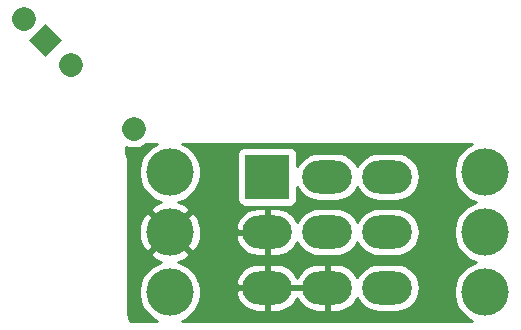
<source format=gbr>
G04 #@! TF.GenerationSoftware,KiCad,Pcbnew,(5.1.5-0-10_14)*
G04 #@! TF.CreationDate,2020-11-20T21:34:29+01:00*
G04 #@! TF.ProjectId,3pdt-45deg,33706474-2d34-4356-9465-672e6b696361,rev?*
G04 #@! TF.SameCoordinates,Original*
G04 #@! TF.FileFunction,Copper,L2,Bot*
G04 #@! TF.FilePolarity,Positive*
%FSLAX46Y46*%
G04 Gerber Fmt 4.6, Leading zero omitted, Abs format (unit mm)*
G04 Created by KiCad (PCBNEW (5.1.5-0-10_14)) date 2020-11-20 21:34:29*
%MOMM*%
%LPD*%
G04 APERTURE LIST*
%ADD10O,4.200000X2.800000*%
%ADD11R,3.816000X3.816000*%
%ADD12C,0.100000*%
%ADD13C,2.000000*%
%ADD14C,4.000500*%
%ADD15C,0.254000*%
G04 APERTURE END LIST*
D10*
X200660000Y-68200000D03*
X200660000Y-63500000D03*
X200660000Y-58800000D03*
X195580000Y-68200000D03*
X195580000Y-63500000D03*
X195580000Y-58800000D03*
X190500000Y-68200000D03*
X190500000Y-63500000D03*
D11*
X190500000Y-58800000D03*
G04 #@! TA.AperFunction,ComponentPad*
D12*
G36*
X173127240Y-47253026D02*
G01*
X171713026Y-48667240D01*
X170298812Y-47253026D01*
X171713026Y-45838812D01*
X173127240Y-47253026D01*
G37*
G04 #@! TD.AperFunction*
D13*
X169916974Y-45456974D02*
X169916974Y-45456974D01*
D14*
X182245000Y-68580000D03*
X208915000Y-68580000D03*
X182245000Y-63500000D03*
X182245000Y-58420000D03*
X208915000Y-63500000D03*
X208915000Y-58420000D03*
D13*
X173835923Y-49375923D02*
X173835923Y-49375923D01*
X179224077Y-54764077D02*
X179224077Y-54764077D01*
D15*
G36*
X180996741Y-56084672D02*
G01*
X180565126Y-56373068D01*
X180198068Y-56740126D01*
X179909672Y-57171741D01*
X179711021Y-57651326D01*
X179609750Y-58160451D01*
X179609750Y-58679549D01*
X179711021Y-59188674D01*
X179909672Y-59668259D01*
X180198068Y-60099874D01*
X180565126Y-60466932D01*
X180996741Y-60755328D01*
X181476326Y-60953979D01*
X181525752Y-60963810D01*
X181210386Y-61062483D01*
X180793080Y-61285539D01*
X180576929Y-61652324D01*
X182245000Y-63320395D01*
X183913071Y-61652324D01*
X183696920Y-61285539D01*
X183237002Y-61044833D01*
X182962481Y-60964162D01*
X183013674Y-60953979D01*
X183493259Y-60755328D01*
X183924874Y-60466932D01*
X184291932Y-60099874D01*
X184580328Y-59668259D01*
X184778979Y-59188674D01*
X184880250Y-58679549D01*
X184880250Y-58160451D01*
X184778979Y-57651326D01*
X184580328Y-57171741D01*
X184393411Y-56892000D01*
X187953928Y-56892000D01*
X187953928Y-60708000D01*
X187966188Y-60832482D01*
X188002498Y-60952180D01*
X188061463Y-61062494D01*
X188140815Y-61159185D01*
X188237506Y-61238537D01*
X188347820Y-61297502D01*
X188467518Y-61333812D01*
X188592000Y-61346072D01*
X192408000Y-61346072D01*
X192532482Y-61333812D01*
X192652180Y-61297502D01*
X192762494Y-61238537D01*
X192859185Y-61159185D01*
X192938537Y-61062494D01*
X192997502Y-60952180D01*
X193033812Y-60832482D01*
X193046072Y-60708000D01*
X193046072Y-59685919D01*
X193179773Y-59936056D01*
X193434076Y-60245924D01*
X193743944Y-60500227D01*
X194097471Y-60689191D01*
X194481070Y-60805555D01*
X194780031Y-60835000D01*
X196379969Y-60835000D01*
X196678930Y-60805555D01*
X197062529Y-60689191D01*
X197416056Y-60500227D01*
X197725924Y-60245924D01*
X197980227Y-59936056D01*
X198120000Y-59674559D01*
X198259773Y-59936056D01*
X198514076Y-60245924D01*
X198823944Y-60500227D01*
X199177471Y-60689191D01*
X199561070Y-60805555D01*
X199860031Y-60835000D01*
X201459969Y-60835000D01*
X201758930Y-60805555D01*
X202142529Y-60689191D01*
X202496056Y-60500227D01*
X202805924Y-60245924D01*
X203060227Y-59936056D01*
X203249191Y-59582529D01*
X203365555Y-59198930D01*
X203404846Y-58800000D01*
X203365555Y-58401070D01*
X203249191Y-58017471D01*
X203060227Y-57663944D01*
X202805924Y-57354076D01*
X202496056Y-57099773D01*
X202142529Y-56910809D01*
X201758930Y-56794445D01*
X201459969Y-56765000D01*
X199860031Y-56765000D01*
X199561070Y-56794445D01*
X199177471Y-56910809D01*
X198823944Y-57099773D01*
X198514076Y-57354076D01*
X198259773Y-57663944D01*
X198120000Y-57925441D01*
X197980227Y-57663944D01*
X197725924Y-57354076D01*
X197416056Y-57099773D01*
X197062529Y-56910809D01*
X196678930Y-56794445D01*
X196379969Y-56765000D01*
X194780031Y-56765000D01*
X194481070Y-56794445D01*
X194097471Y-56910809D01*
X193743944Y-57099773D01*
X193434076Y-57354076D01*
X193179773Y-57663944D01*
X193046072Y-57914081D01*
X193046072Y-56892000D01*
X193033812Y-56767518D01*
X192997502Y-56647820D01*
X192938537Y-56537506D01*
X192859185Y-56440815D01*
X192762494Y-56361463D01*
X192652180Y-56302498D01*
X192532482Y-56266188D01*
X192408000Y-56253928D01*
X188592000Y-56253928D01*
X188467518Y-56266188D01*
X188347820Y-56302498D01*
X188237506Y-56361463D01*
X188140815Y-56440815D01*
X188061463Y-56537506D01*
X188002498Y-56647820D01*
X187966188Y-56767518D01*
X187953928Y-56892000D01*
X184393411Y-56892000D01*
X184291932Y-56740126D01*
X183924874Y-56373068D01*
X183493259Y-56084672D01*
X183305743Y-56007000D01*
X207854257Y-56007000D01*
X207666741Y-56084672D01*
X207235126Y-56373068D01*
X206868068Y-56740126D01*
X206579672Y-57171741D01*
X206381021Y-57651326D01*
X206279750Y-58160451D01*
X206279750Y-58679549D01*
X206381021Y-59188674D01*
X206579672Y-59668259D01*
X206868068Y-60099874D01*
X207235126Y-60466932D01*
X207666741Y-60755328D01*
X208146326Y-60953979D01*
X208176596Y-60960000D01*
X208146326Y-60966021D01*
X207666741Y-61164672D01*
X207235126Y-61453068D01*
X206868068Y-61820126D01*
X206579672Y-62251741D01*
X206381021Y-62731326D01*
X206279750Y-63240451D01*
X206279750Y-63759549D01*
X206381021Y-64268674D01*
X206579672Y-64748259D01*
X206868068Y-65179874D01*
X207235126Y-65546932D01*
X207666741Y-65835328D01*
X208146326Y-66033979D01*
X208176596Y-66040000D01*
X208146326Y-66046021D01*
X207666741Y-66244672D01*
X207235126Y-66533068D01*
X206868068Y-66900126D01*
X206579672Y-67331741D01*
X206381021Y-67811326D01*
X206279750Y-68320451D01*
X206279750Y-68839549D01*
X206381021Y-69348674D01*
X206579672Y-69828259D01*
X206868068Y-70259874D01*
X207235126Y-70626932D01*
X207666741Y-70915328D01*
X207854257Y-70993000D01*
X183305743Y-70993000D01*
X183493259Y-70915328D01*
X183924874Y-70626932D01*
X184291932Y-70259874D01*
X184580328Y-69828259D01*
X184778979Y-69348674D01*
X184880250Y-68839549D01*
X184880250Y-68643160D01*
X187813840Y-68643160D01*
X187871304Y-68861427D01*
X188037401Y-69224988D01*
X188271234Y-69549159D01*
X188563817Y-69821483D01*
X188903906Y-70031494D01*
X189278431Y-70171122D01*
X189673000Y-70235000D01*
X190373000Y-70235000D01*
X190373000Y-68327000D01*
X190627000Y-68327000D01*
X190627000Y-70235000D01*
X191327000Y-70235000D01*
X191721569Y-70171122D01*
X192096094Y-70031494D01*
X192436183Y-69821483D01*
X192728766Y-69549159D01*
X192962599Y-69224988D01*
X193040000Y-69055569D01*
X193117401Y-69224988D01*
X193351234Y-69549159D01*
X193643817Y-69821483D01*
X193983906Y-70031494D01*
X194358431Y-70171122D01*
X194753000Y-70235000D01*
X195453000Y-70235000D01*
X195453000Y-68327000D01*
X190627000Y-68327000D01*
X190373000Y-68327000D01*
X187928053Y-68327000D01*
X187813840Y-68643160D01*
X184880250Y-68643160D01*
X184880250Y-68320451D01*
X184778979Y-67811326D01*
X184756411Y-67756840D01*
X187813840Y-67756840D01*
X187928053Y-68073000D01*
X190373000Y-68073000D01*
X190373000Y-66165000D01*
X190627000Y-66165000D01*
X190627000Y-68073000D01*
X195453000Y-68073000D01*
X195453000Y-66165000D01*
X195707000Y-66165000D01*
X195707000Y-68073000D01*
X195727000Y-68073000D01*
X195727000Y-68327000D01*
X195707000Y-68327000D01*
X195707000Y-70235000D01*
X196407000Y-70235000D01*
X196801569Y-70171122D01*
X197176094Y-70031494D01*
X197516183Y-69821483D01*
X197808766Y-69549159D01*
X198042599Y-69224988D01*
X198115322Y-69065808D01*
X198259773Y-69336056D01*
X198514076Y-69645924D01*
X198823944Y-69900227D01*
X199177471Y-70089191D01*
X199561070Y-70205555D01*
X199860031Y-70235000D01*
X201459969Y-70235000D01*
X201758930Y-70205555D01*
X202142529Y-70089191D01*
X202496056Y-69900227D01*
X202805924Y-69645924D01*
X203060227Y-69336056D01*
X203249191Y-68982529D01*
X203365555Y-68598930D01*
X203404846Y-68200000D01*
X203365555Y-67801070D01*
X203249191Y-67417471D01*
X203060227Y-67063944D01*
X202805924Y-66754076D01*
X202496056Y-66499773D01*
X202142529Y-66310809D01*
X201758930Y-66194445D01*
X201459969Y-66165000D01*
X199860031Y-66165000D01*
X199561070Y-66194445D01*
X199177471Y-66310809D01*
X198823944Y-66499773D01*
X198514076Y-66754076D01*
X198259773Y-67063944D01*
X198115322Y-67334192D01*
X198042599Y-67175012D01*
X197808766Y-66850841D01*
X197516183Y-66578517D01*
X197176094Y-66368506D01*
X196801569Y-66228878D01*
X196407000Y-66165000D01*
X195707000Y-66165000D01*
X195453000Y-66165000D01*
X194753000Y-66165000D01*
X194358431Y-66228878D01*
X193983906Y-66368506D01*
X193643817Y-66578517D01*
X193351234Y-66850841D01*
X193117401Y-67175012D01*
X193040000Y-67344431D01*
X192962599Y-67175012D01*
X192728766Y-66850841D01*
X192436183Y-66578517D01*
X192096094Y-66368506D01*
X191721569Y-66228878D01*
X191327000Y-66165000D01*
X190627000Y-66165000D01*
X190373000Y-66165000D01*
X189673000Y-66165000D01*
X189278431Y-66228878D01*
X188903906Y-66368506D01*
X188563817Y-66578517D01*
X188271234Y-66850841D01*
X188037401Y-67175012D01*
X187871304Y-67538573D01*
X187813840Y-67756840D01*
X184756411Y-67756840D01*
X184580328Y-67331741D01*
X184291932Y-66900126D01*
X183924874Y-66533068D01*
X183493259Y-66244672D01*
X183013674Y-66046021D01*
X182964248Y-66036190D01*
X183279614Y-65937517D01*
X183696920Y-65714461D01*
X183913071Y-65347676D01*
X182245000Y-63679605D01*
X180576929Y-65347676D01*
X180793080Y-65714461D01*
X181252998Y-65955167D01*
X181527519Y-66035838D01*
X181476326Y-66046021D01*
X180996741Y-66244672D01*
X180565126Y-66533068D01*
X180198068Y-66900126D01*
X179909672Y-67331741D01*
X179711021Y-67811326D01*
X179609750Y-68320451D01*
X179609750Y-68839549D01*
X179711021Y-69348674D01*
X179909672Y-69828259D01*
X180198068Y-70259874D01*
X180565126Y-70626932D01*
X180996741Y-70915328D01*
X181184257Y-70993000D01*
X178835243Y-70993000D01*
X178755498Y-70735385D01*
X178714000Y-70340557D01*
X178714000Y-63523062D01*
X179597099Y-63523062D01*
X179652476Y-64039199D01*
X179807483Y-64534614D01*
X180030539Y-64951920D01*
X180397324Y-65168071D01*
X182065395Y-63500000D01*
X182424605Y-63500000D01*
X184092676Y-65168071D01*
X184459461Y-64951920D01*
X184700167Y-64492002D01*
X184846522Y-63993961D01*
X184851079Y-63943160D01*
X187813840Y-63943160D01*
X187871304Y-64161427D01*
X188037401Y-64524988D01*
X188271234Y-64849159D01*
X188563817Y-65121483D01*
X188903906Y-65331494D01*
X189278431Y-65471122D01*
X189673000Y-65535000D01*
X190373000Y-65535000D01*
X190373000Y-63627000D01*
X187928053Y-63627000D01*
X187813840Y-63943160D01*
X184851079Y-63943160D01*
X184892901Y-63476938D01*
X184847829Y-63056840D01*
X187813840Y-63056840D01*
X187928053Y-63373000D01*
X190373000Y-63373000D01*
X190373000Y-61465000D01*
X190627000Y-61465000D01*
X190627000Y-63373000D01*
X190647000Y-63373000D01*
X190647000Y-63627000D01*
X190627000Y-63627000D01*
X190627000Y-65535000D01*
X191327000Y-65535000D01*
X191721569Y-65471122D01*
X192096094Y-65331494D01*
X192436183Y-65121483D01*
X192728766Y-64849159D01*
X192962599Y-64524988D01*
X193035322Y-64365808D01*
X193179773Y-64636056D01*
X193434076Y-64945924D01*
X193743944Y-65200227D01*
X194097471Y-65389191D01*
X194481070Y-65505555D01*
X194780031Y-65535000D01*
X196379969Y-65535000D01*
X196678930Y-65505555D01*
X197062529Y-65389191D01*
X197416056Y-65200227D01*
X197725924Y-64945924D01*
X197980227Y-64636056D01*
X198120000Y-64374559D01*
X198259773Y-64636056D01*
X198514076Y-64945924D01*
X198823944Y-65200227D01*
X199177471Y-65389191D01*
X199561070Y-65505555D01*
X199860031Y-65535000D01*
X201459969Y-65535000D01*
X201758930Y-65505555D01*
X202142529Y-65389191D01*
X202496056Y-65200227D01*
X202805924Y-64945924D01*
X203060227Y-64636056D01*
X203249191Y-64282529D01*
X203365555Y-63898930D01*
X203404846Y-63500000D01*
X203365555Y-63101070D01*
X203249191Y-62717471D01*
X203060227Y-62363944D01*
X202805924Y-62054076D01*
X202496056Y-61799773D01*
X202142529Y-61610809D01*
X201758930Y-61494445D01*
X201459969Y-61465000D01*
X199860031Y-61465000D01*
X199561070Y-61494445D01*
X199177471Y-61610809D01*
X198823944Y-61799773D01*
X198514076Y-62054076D01*
X198259773Y-62363944D01*
X198120000Y-62625441D01*
X197980227Y-62363944D01*
X197725924Y-62054076D01*
X197416056Y-61799773D01*
X197062529Y-61610809D01*
X196678930Y-61494445D01*
X196379969Y-61465000D01*
X194780031Y-61465000D01*
X194481070Y-61494445D01*
X194097471Y-61610809D01*
X193743944Y-61799773D01*
X193434076Y-62054076D01*
X193179773Y-62363944D01*
X193035322Y-62634192D01*
X192962599Y-62475012D01*
X192728766Y-62150841D01*
X192436183Y-61878517D01*
X192096094Y-61668506D01*
X191721569Y-61528878D01*
X191327000Y-61465000D01*
X190627000Y-61465000D01*
X190373000Y-61465000D01*
X189673000Y-61465000D01*
X189278431Y-61528878D01*
X188903906Y-61668506D01*
X188563817Y-61878517D01*
X188271234Y-62150841D01*
X188037401Y-62475012D01*
X187871304Y-62838573D01*
X187813840Y-63056840D01*
X184847829Y-63056840D01*
X184837524Y-62960801D01*
X184682517Y-62465386D01*
X184459461Y-62048080D01*
X184092676Y-61831929D01*
X182424605Y-63500000D01*
X182065395Y-63500000D01*
X180397324Y-61831929D01*
X180030539Y-62048080D01*
X179789833Y-62507998D01*
X179643478Y-63006039D01*
X179597099Y-63523062D01*
X178714000Y-63523062D01*
X178714000Y-57498581D01*
X178711384Y-57472020D01*
X178701904Y-57355022D01*
X178692262Y-57301610D01*
X178684276Y-57247940D01*
X178681974Y-57239017D01*
X178643824Y-57095276D01*
X178622914Y-57039243D01*
X178602780Y-56982900D01*
X178598789Y-56974594D01*
X178562000Y-56899380D01*
X178562000Y-56259547D01*
X178747165Y-56336245D01*
X179063044Y-56399077D01*
X179385110Y-56399077D01*
X179700989Y-56336245D01*
X179998540Y-56212995D01*
X180266329Y-56034064D01*
X180293393Y-56007000D01*
X181184257Y-56007000D01*
X180996741Y-56084672D01*
G37*
X180996741Y-56084672D02*
X180565126Y-56373068D01*
X180198068Y-56740126D01*
X179909672Y-57171741D01*
X179711021Y-57651326D01*
X179609750Y-58160451D01*
X179609750Y-58679549D01*
X179711021Y-59188674D01*
X179909672Y-59668259D01*
X180198068Y-60099874D01*
X180565126Y-60466932D01*
X180996741Y-60755328D01*
X181476326Y-60953979D01*
X181525752Y-60963810D01*
X181210386Y-61062483D01*
X180793080Y-61285539D01*
X180576929Y-61652324D01*
X182245000Y-63320395D01*
X183913071Y-61652324D01*
X183696920Y-61285539D01*
X183237002Y-61044833D01*
X182962481Y-60964162D01*
X183013674Y-60953979D01*
X183493259Y-60755328D01*
X183924874Y-60466932D01*
X184291932Y-60099874D01*
X184580328Y-59668259D01*
X184778979Y-59188674D01*
X184880250Y-58679549D01*
X184880250Y-58160451D01*
X184778979Y-57651326D01*
X184580328Y-57171741D01*
X184393411Y-56892000D01*
X187953928Y-56892000D01*
X187953928Y-60708000D01*
X187966188Y-60832482D01*
X188002498Y-60952180D01*
X188061463Y-61062494D01*
X188140815Y-61159185D01*
X188237506Y-61238537D01*
X188347820Y-61297502D01*
X188467518Y-61333812D01*
X188592000Y-61346072D01*
X192408000Y-61346072D01*
X192532482Y-61333812D01*
X192652180Y-61297502D01*
X192762494Y-61238537D01*
X192859185Y-61159185D01*
X192938537Y-61062494D01*
X192997502Y-60952180D01*
X193033812Y-60832482D01*
X193046072Y-60708000D01*
X193046072Y-59685919D01*
X193179773Y-59936056D01*
X193434076Y-60245924D01*
X193743944Y-60500227D01*
X194097471Y-60689191D01*
X194481070Y-60805555D01*
X194780031Y-60835000D01*
X196379969Y-60835000D01*
X196678930Y-60805555D01*
X197062529Y-60689191D01*
X197416056Y-60500227D01*
X197725924Y-60245924D01*
X197980227Y-59936056D01*
X198120000Y-59674559D01*
X198259773Y-59936056D01*
X198514076Y-60245924D01*
X198823944Y-60500227D01*
X199177471Y-60689191D01*
X199561070Y-60805555D01*
X199860031Y-60835000D01*
X201459969Y-60835000D01*
X201758930Y-60805555D01*
X202142529Y-60689191D01*
X202496056Y-60500227D01*
X202805924Y-60245924D01*
X203060227Y-59936056D01*
X203249191Y-59582529D01*
X203365555Y-59198930D01*
X203404846Y-58800000D01*
X203365555Y-58401070D01*
X203249191Y-58017471D01*
X203060227Y-57663944D01*
X202805924Y-57354076D01*
X202496056Y-57099773D01*
X202142529Y-56910809D01*
X201758930Y-56794445D01*
X201459969Y-56765000D01*
X199860031Y-56765000D01*
X199561070Y-56794445D01*
X199177471Y-56910809D01*
X198823944Y-57099773D01*
X198514076Y-57354076D01*
X198259773Y-57663944D01*
X198120000Y-57925441D01*
X197980227Y-57663944D01*
X197725924Y-57354076D01*
X197416056Y-57099773D01*
X197062529Y-56910809D01*
X196678930Y-56794445D01*
X196379969Y-56765000D01*
X194780031Y-56765000D01*
X194481070Y-56794445D01*
X194097471Y-56910809D01*
X193743944Y-57099773D01*
X193434076Y-57354076D01*
X193179773Y-57663944D01*
X193046072Y-57914081D01*
X193046072Y-56892000D01*
X193033812Y-56767518D01*
X192997502Y-56647820D01*
X192938537Y-56537506D01*
X192859185Y-56440815D01*
X192762494Y-56361463D01*
X192652180Y-56302498D01*
X192532482Y-56266188D01*
X192408000Y-56253928D01*
X188592000Y-56253928D01*
X188467518Y-56266188D01*
X188347820Y-56302498D01*
X188237506Y-56361463D01*
X188140815Y-56440815D01*
X188061463Y-56537506D01*
X188002498Y-56647820D01*
X187966188Y-56767518D01*
X187953928Y-56892000D01*
X184393411Y-56892000D01*
X184291932Y-56740126D01*
X183924874Y-56373068D01*
X183493259Y-56084672D01*
X183305743Y-56007000D01*
X207854257Y-56007000D01*
X207666741Y-56084672D01*
X207235126Y-56373068D01*
X206868068Y-56740126D01*
X206579672Y-57171741D01*
X206381021Y-57651326D01*
X206279750Y-58160451D01*
X206279750Y-58679549D01*
X206381021Y-59188674D01*
X206579672Y-59668259D01*
X206868068Y-60099874D01*
X207235126Y-60466932D01*
X207666741Y-60755328D01*
X208146326Y-60953979D01*
X208176596Y-60960000D01*
X208146326Y-60966021D01*
X207666741Y-61164672D01*
X207235126Y-61453068D01*
X206868068Y-61820126D01*
X206579672Y-62251741D01*
X206381021Y-62731326D01*
X206279750Y-63240451D01*
X206279750Y-63759549D01*
X206381021Y-64268674D01*
X206579672Y-64748259D01*
X206868068Y-65179874D01*
X207235126Y-65546932D01*
X207666741Y-65835328D01*
X208146326Y-66033979D01*
X208176596Y-66040000D01*
X208146326Y-66046021D01*
X207666741Y-66244672D01*
X207235126Y-66533068D01*
X206868068Y-66900126D01*
X206579672Y-67331741D01*
X206381021Y-67811326D01*
X206279750Y-68320451D01*
X206279750Y-68839549D01*
X206381021Y-69348674D01*
X206579672Y-69828259D01*
X206868068Y-70259874D01*
X207235126Y-70626932D01*
X207666741Y-70915328D01*
X207854257Y-70993000D01*
X183305743Y-70993000D01*
X183493259Y-70915328D01*
X183924874Y-70626932D01*
X184291932Y-70259874D01*
X184580328Y-69828259D01*
X184778979Y-69348674D01*
X184880250Y-68839549D01*
X184880250Y-68643160D01*
X187813840Y-68643160D01*
X187871304Y-68861427D01*
X188037401Y-69224988D01*
X188271234Y-69549159D01*
X188563817Y-69821483D01*
X188903906Y-70031494D01*
X189278431Y-70171122D01*
X189673000Y-70235000D01*
X190373000Y-70235000D01*
X190373000Y-68327000D01*
X190627000Y-68327000D01*
X190627000Y-70235000D01*
X191327000Y-70235000D01*
X191721569Y-70171122D01*
X192096094Y-70031494D01*
X192436183Y-69821483D01*
X192728766Y-69549159D01*
X192962599Y-69224988D01*
X193040000Y-69055569D01*
X193117401Y-69224988D01*
X193351234Y-69549159D01*
X193643817Y-69821483D01*
X193983906Y-70031494D01*
X194358431Y-70171122D01*
X194753000Y-70235000D01*
X195453000Y-70235000D01*
X195453000Y-68327000D01*
X190627000Y-68327000D01*
X190373000Y-68327000D01*
X187928053Y-68327000D01*
X187813840Y-68643160D01*
X184880250Y-68643160D01*
X184880250Y-68320451D01*
X184778979Y-67811326D01*
X184756411Y-67756840D01*
X187813840Y-67756840D01*
X187928053Y-68073000D01*
X190373000Y-68073000D01*
X190373000Y-66165000D01*
X190627000Y-66165000D01*
X190627000Y-68073000D01*
X195453000Y-68073000D01*
X195453000Y-66165000D01*
X195707000Y-66165000D01*
X195707000Y-68073000D01*
X195727000Y-68073000D01*
X195727000Y-68327000D01*
X195707000Y-68327000D01*
X195707000Y-70235000D01*
X196407000Y-70235000D01*
X196801569Y-70171122D01*
X197176094Y-70031494D01*
X197516183Y-69821483D01*
X197808766Y-69549159D01*
X198042599Y-69224988D01*
X198115322Y-69065808D01*
X198259773Y-69336056D01*
X198514076Y-69645924D01*
X198823944Y-69900227D01*
X199177471Y-70089191D01*
X199561070Y-70205555D01*
X199860031Y-70235000D01*
X201459969Y-70235000D01*
X201758930Y-70205555D01*
X202142529Y-70089191D01*
X202496056Y-69900227D01*
X202805924Y-69645924D01*
X203060227Y-69336056D01*
X203249191Y-68982529D01*
X203365555Y-68598930D01*
X203404846Y-68200000D01*
X203365555Y-67801070D01*
X203249191Y-67417471D01*
X203060227Y-67063944D01*
X202805924Y-66754076D01*
X202496056Y-66499773D01*
X202142529Y-66310809D01*
X201758930Y-66194445D01*
X201459969Y-66165000D01*
X199860031Y-66165000D01*
X199561070Y-66194445D01*
X199177471Y-66310809D01*
X198823944Y-66499773D01*
X198514076Y-66754076D01*
X198259773Y-67063944D01*
X198115322Y-67334192D01*
X198042599Y-67175012D01*
X197808766Y-66850841D01*
X197516183Y-66578517D01*
X197176094Y-66368506D01*
X196801569Y-66228878D01*
X196407000Y-66165000D01*
X195707000Y-66165000D01*
X195453000Y-66165000D01*
X194753000Y-66165000D01*
X194358431Y-66228878D01*
X193983906Y-66368506D01*
X193643817Y-66578517D01*
X193351234Y-66850841D01*
X193117401Y-67175012D01*
X193040000Y-67344431D01*
X192962599Y-67175012D01*
X192728766Y-66850841D01*
X192436183Y-66578517D01*
X192096094Y-66368506D01*
X191721569Y-66228878D01*
X191327000Y-66165000D01*
X190627000Y-66165000D01*
X190373000Y-66165000D01*
X189673000Y-66165000D01*
X189278431Y-66228878D01*
X188903906Y-66368506D01*
X188563817Y-66578517D01*
X188271234Y-66850841D01*
X188037401Y-67175012D01*
X187871304Y-67538573D01*
X187813840Y-67756840D01*
X184756411Y-67756840D01*
X184580328Y-67331741D01*
X184291932Y-66900126D01*
X183924874Y-66533068D01*
X183493259Y-66244672D01*
X183013674Y-66046021D01*
X182964248Y-66036190D01*
X183279614Y-65937517D01*
X183696920Y-65714461D01*
X183913071Y-65347676D01*
X182245000Y-63679605D01*
X180576929Y-65347676D01*
X180793080Y-65714461D01*
X181252998Y-65955167D01*
X181527519Y-66035838D01*
X181476326Y-66046021D01*
X180996741Y-66244672D01*
X180565126Y-66533068D01*
X180198068Y-66900126D01*
X179909672Y-67331741D01*
X179711021Y-67811326D01*
X179609750Y-68320451D01*
X179609750Y-68839549D01*
X179711021Y-69348674D01*
X179909672Y-69828259D01*
X180198068Y-70259874D01*
X180565126Y-70626932D01*
X180996741Y-70915328D01*
X181184257Y-70993000D01*
X178835243Y-70993000D01*
X178755498Y-70735385D01*
X178714000Y-70340557D01*
X178714000Y-63523062D01*
X179597099Y-63523062D01*
X179652476Y-64039199D01*
X179807483Y-64534614D01*
X180030539Y-64951920D01*
X180397324Y-65168071D01*
X182065395Y-63500000D01*
X182424605Y-63500000D01*
X184092676Y-65168071D01*
X184459461Y-64951920D01*
X184700167Y-64492002D01*
X184846522Y-63993961D01*
X184851079Y-63943160D01*
X187813840Y-63943160D01*
X187871304Y-64161427D01*
X188037401Y-64524988D01*
X188271234Y-64849159D01*
X188563817Y-65121483D01*
X188903906Y-65331494D01*
X189278431Y-65471122D01*
X189673000Y-65535000D01*
X190373000Y-65535000D01*
X190373000Y-63627000D01*
X187928053Y-63627000D01*
X187813840Y-63943160D01*
X184851079Y-63943160D01*
X184892901Y-63476938D01*
X184847829Y-63056840D01*
X187813840Y-63056840D01*
X187928053Y-63373000D01*
X190373000Y-63373000D01*
X190373000Y-61465000D01*
X190627000Y-61465000D01*
X190627000Y-63373000D01*
X190647000Y-63373000D01*
X190647000Y-63627000D01*
X190627000Y-63627000D01*
X190627000Y-65535000D01*
X191327000Y-65535000D01*
X191721569Y-65471122D01*
X192096094Y-65331494D01*
X192436183Y-65121483D01*
X192728766Y-64849159D01*
X192962599Y-64524988D01*
X193035322Y-64365808D01*
X193179773Y-64636056D01*
X193434076Y-64945924D01*
X193743944Y-65200227D01*
X194097471Y-65389191D01*
X194481070Y-65505555D01*
X194780031Y-65535000D01*
X196379969Y-65535000D01*
X196678930Y-65505555D01*
X197062529Y-65389191D01*
X197416056Y-65200227D01*
X197725924Y-64945924D01*
X197980227Y-64636056D01*
X198120000Y-64374559D01*
X198259773Y-64636056D01*
X198514076Y-64945924D01*
X198823944Y-65200227D01*
X199177471Y-65389191D01*
X199561070Y-65505555D01*
X199860031Y-65535000D01*
X201459969Y-65535000D01*
X201758930Y-65505555D01*
X202142529Y-65389191D01*
X202496056Y-65200227D01*
X202805924Y-64945924D01*
X203060227Y-64636056D01*
X203249191Y-64282529D01*
X203365555Y-63898930D01*
X203404846Y-63500000D01*
X203365555Y-63101070D01*
X203249191Y-62717471D01*
X203060227Y-62363944D01*
X202805924Y-62054076D01*
X202496056Y-61799773D01*
X202142529Y-61610809D01*
X201758930Y-61494445D01*
X201459969Y-61465000D01*
X199860031Y-61465000D01*
X199561070Y-61494445D01*
X199177471Y-61610809D01*
X198823944Y-61799773D01*
X198514076Y-62054076D01*
X198259773Y-62363944D01*
X198120000Y-62625441D01*
X197980227Y-62363944D01*
X197725924Y-62054076D01*
X197416056Y-61799773D01*
X197062529Y-61610809D01*
X196678930Y-61494445D01*
X196379969Y-61465000D01*
X194780031Y-61465000D01*
X194481070Y-61494445D01*
X194097471Y-61610809D01*
X193743944Y-61799773D01*
X193434076Y-62054076D01*
X193179773Y-62363944D01*
X193035322Y-62634192D01*
X192962599Y-62475012D01*
X192728766Y-62150841D01*
X192436183Y-61878517D01*
X192096094Y-61668506D01*
X191721569Y-61528878D01*
X191327000Y-61465000D01*
X190627000Y-61465000D01*
X190373000Y-61465000D01*
X189673000Y-61465000D01*
X189278431Y-61528878D01*
X188903906Y-61668506D01*
X188563817Y-61878517D01*
X188271234Y-62150841D01*
X188037401Y-62475012D01*
X187871304Y-62838573D01*
X187813840Y-63056840D01*
X184847829Y-63056840D01*
X184837524Y-62960801D01*
X184682517Y-62465386D01*
X184459461Y-62048080D01*
X184092676Y-61831929D01*
X182424605Y-63500000D01*
X182065395Y-63500000D01*
X180397324Y-61831929D01*
X180030539Y-62048080D01*
X179789833Y-62507998D01*
X179643478Y-63006039D01*
X179597099Y-63523062D01*
X178714000Y-63523062D01*
X178714000Y-57498581D01*
X178711384Y-57472020D01*
X178701904Y-57355022D01*
X178692262Y-57301610D01*
X178684276Y-57247940D01*
X178681974Y-57239017D01*
X178643824Y-57095276D01*
X178622914Y-57039243D01*
X178602780Y-56982900D01*
X178598789Y-56974594D01*
X178562000Y-56899380D01*
X178562000Y-56259547D01*
X178747165Y-56336245D01*
X179063044Y-56399077D01*
X179385110Y-56399077D01*
X179700989Y-56336245D01*
X179998540Y-56212995D01*
X180266329Y-56034064D01*
X180293393Y-56007000D01*
X181184257Y-56007000D01*
X180996741Y-56084672D01*
M02*

</source>
